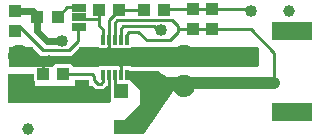
<source format=gbr>
G04 EAGLE Gerber RS-274X export*
G75*
%MOMM*%
%FSLAX34Y34*%
%LPD*%
%INTop Copper*%
%IPPOS*%
%AMOC8*
5,1,8,0,0,1.08239X$1,22.5*%
G01*
%ADD10R,1.200000X0.800000*%
%ADD11R,4.600000X1.000000*%
%ADD12R,3.400000X1.600000*%
%ADD13R,0.296800X0.850000*%
%ADD14R,2.400000X1.650000*%
%ADD15R,0.700000X0.280000*%
%ADD16R,1.000000X1.100000*%
%ADD17R,1.100000X1.000000*%
%ADD18R,1.270000X0.635000*%
%ADD19C,1.879600*%
%ADD20C,1.000000*%
%ADD21R,1.800000X1.600000*%
%ADD22R,1.300000X1.300000*%
%ADD23C,1.016000*%
%ADD24C,0.254000*%
%ADD25C,1.016000*%
%ADD26C,0.609600*%

G36*
X41107Y67577D02*
X41107Y67577D01*
X41195Y67580D01*
X41247Y67597D01*
X41302Y67605D01*
X41382Y67640D01*
X41465Y67667D01*
X41504Y67695D01*
X41562Y67721D01*
X41675Y67817D01*
X41739Y67862D01*
X43393Y69517D01*
X56919Y69517D01*
X58573Y67862D01*
X58643Y67810D01*
X58707Y67750D01*
X58757Y67724D01*
X58801Y67691D01*
X58882Y67660D01*
X58960Y67620D01*
X59008Y67612D01*
X59066Y67590D01*
X59214Y67578D01*
X59291Y67565D01*
X80137Y67565D01*
X80223Y67577D01*
X80311Y67580D01*
X80363Y67597D01*
X80418Y67605D01*
X80498Y67640D01*
X80581Y67667D01*
X80620Y67695D01*
X80678Y67721D01*
X80791Y67817D01*
X80855Y67862D01*
X81233Y68241D01*
X96727Y68241D01*
X97105Y67862D01*
X97175Y67810D01*
X97239Y67750D01*
X97289Y67724D01*
X97333Y67691D01*
X97414Y67660D01*
X97492Y67620D01*
X97540Y67612D01*
X97598Y67590D01*
X97746Y67578D01*
X97823Y67565D01*
X100137Y67565D01*
X100223Y67577D01*
X100311Y67580D01*
X100363Y67597D01*
X100418Y67605D01*
X100498Y67640D01*
X100581Y67667D01*
X100620Y67695D01*
X100678Y67721D01*
X100791Y67817D01*
X100855Y67862D01*
X101233Y68241D01*
X106727Y68241D01*
X107105Y67862D01*
X107175Y67810D01*
X107239Y67750D01*
X107289Y67724D01*
X107333Y67691D01*
X107414Y67660D01*
X107492Y67620D01*
X107540Y67612D01*
X107598Y67590D01*
X107746Y67578D01*
X107823Y67565D01*
X214630Y67565D01*
X214688Y67573D01*
X214746Y67571D01*
X214828Y67593D01*
X214912Y67605D01*
X214965Y67629D01*
X215021Y67643D01*
X215094Y67686D01*
X215171Y67721D01*
X215216Y67759D01*
X215266Y67789D01*
X215324Y67850D01*
X215388Y67905D01*
X215420Y67953D01*
X215460Y67996D01*
X215499Y68071D01*
X215546Y68141D01*
X215563Y68197D01*
X215590Y68249D01*
X215601Y68317D01*
X215631Y68412D01*
X215634Y68512D01*
X215645Y68580D01*
X215645Y83058D01*
X215637Y83116D01*
X215639Y83174D01*
X215617Y83256D01*
X215605Y83340D01*
X215582Y83393D01*
X215567Y83449D01*
X215524Y83522D01*
X215489Y83599D01*
X215451Y83644D01*
X215422Y83694D01*
X215360Y83752D01*
X215306Y83816D01*
X215257Y83848D01*
X215214Y83888D01*
X215139Y83927D01*
X215069Y83974D01*
X215013Y83991D01*
X214961Y84018D01*
X214893Y84029D01*
X214798Y84059D01*
X214698Y84062D01*
X214630Y84073D01*
X108077Y84073D01*
X107991Y84061D01*
X107903Y84058D01*
X107851Y84041D01*
X107796Y84033D01*
X107716Y83998D01*
X107633Y83971D01*
X107593Y83943D01*
X107536Y83917D01*
X107423Y83821D01*
X107359Y83776D01*
X106727Y83143D01*
X91233Y83143D01*
X90601Y83776D01*
X90531Y83828D01*
X90467Y83888D01*
X90418Y83914D01*
X90373Y83947D01*
X90292Y83978D01*
X90214Y84018D01*
X90166Y84026D01*
X90108Y84048D01*
X89960Y84060D01*
X89883Y84073D01*
X88077Y84073D01*
X87991Y84061D01*
X87903Y84058D01*
X87851Y84041D01*
X87796Y84033D01*
X87716Y83998D01*
X87633Y83971D01*
X87593Y83943D01*
X87536Y83917D01*
X87423Y83821D01*
X87359Y83776D01*
X86727Y83143D01*
X81233Y83143D01*
X80601Y83776D01*
X80531Y83828D01*
X80467Y83888D01*
X80418Y83914D01*
X80373Y83947D01*
X80292Y83978D01*
X80214Y84018D01*
X80166Y84026D01*
X80108Y84048D01*
X79960Y84060D01*
X79883Y84073D01*
X63931Y84073D01*
X63845Y84061D01*
X63757Y84058D01*
X63705Y84041D01*
X63650Y84033D01*
X63570Y83998D01*
X63487Y83971D01*
X63448Y83943D01*
X63390Y83917D01*
X63277Y83821D01*
X63213Y83776D01*
X56399Y76961D01*
X31231Y76961D01*
X24417Y83776D01*
X24347Y83828D01*
X24283Y83888D01*
X24234Y83914D01*
X24189Y83947D01*
X24108Y83978D01*
X24030Y84018D01*
X23982Y84026D01*
X23924Y84048D01*
X23776Y84060D01*
X23699Y84073D01*
X5080Y84073D01*
X5022Y84065D01*
X4964Y84067D01*
X4882Y84045D01*
X4798Y84033D01*
X4745Y84010D01*
X4689Y83995D01*
X4616Y83952D01*
X4539Y83917D01*
X4494Y83879D01*
X4444Y83850D01*
X4386Y83788D01*
X4322Y83734D01*
X4290Y83685D01*
X4250Y83642D01*
X4211Y83567D01*
X4164Y83497D01*
X4147Y83441D01*
X4120Y83389D01*
X4109Y83321D01*
X4079Y83226D01*
X4076Y83126D01*
X4065Y83058D01*
X4065Y68580D01*
X4073Y68522D01*
X4071Y68464D01*
X4093Y68382D01*
X4105Y68299D01*
X4128Y68245D01*
X4143Y68189D01*
X4186Y68116D01*
X4221Y68039D01*
X4259Y67994D01*
X4288Y67944D01*
X4350Y67886D01*
X4404Y67822D01*
X4453Y67790D01*
X4496Y67750D01*
X4571Y67711D01*
X4641Y67665D01*
X4697Y67647D01*
X4749Y67620D01*
X4817Y67609D01*
X4912Y67579D01*
X5012Y67576D01*
X5080Y67565D01*
X41021Y67565D01*
X41107Y67577D01*
G37*
G36*
X88741Y36848D02*
X88741Y36848D01*
X88880Y36861D01*
X88899Y36868D01*
X88919Y36871D01*
X89048Y36922D01*
X89179Y36969D01*
X89196Y36980D01*
X89215Y36988D01*
X89327Y37069D01*
X89442Y37147D01*
X89456Y37163D01*
X89472Y37174D01*
X89561Y37282D01*
X89653Y37386D01*
X89662Y37404D01*
X89675Y37419D01*
X89734Y37545D01*
X89797Y37669D01*
X89802Y37689D01*
X89810Y37707D01*
X89836Y37843D01*
X89867Y37979D01*
X89866Y38000D01*
X89870Y38020D01*
X89861Y38158D01*
X89857Y38297D01*
X89852Y38317D01*
X89850Y38337D01*
X89808Y38469D01*
X89769Y38603D01*
X89759Y38620D01*
X89752Y38639D01*
X89678Y38757D01*
X89607Y38877D01*
X89589Y38898D01*
X89582Y38908D01*
X89567Y38922D01*
X89511Y38986D01*
X89511Y49530D01*
X89496Y49648D01*
X89489Y49767D01*
X89476Y49805D01*
X89471Y49846D01*
X89428Y49956D01*
X89391Y50069D01*
X89369Y50104D01*
X89354Y50141D01*
X89285Y50237D01*
X89221Y50338D01*
X89191Y50366D01*
X89168Y50399D01*
X89076Y50475D01*
X88989Y50556D01*
X88954Y50576D01*
X88923Y50601D01*
X88815Y50652D01*
X88711Y50710D01*
X88671Y50720D01*
X88635Y50737D01*
X88518Y50759D01*
X88403Y50789D01*
X88343Y50793D01*
X88323Y50797D01*
X88302Y50795D01*
X88242Y50799D01*
X86389Y50799D01*
X86290Y50787D01*
X86191Y50784D01*
X86133Y50767D01*
X86073Y50759D01*
X85981Y50723D01*
X85886Y50695D01*
X85834Y50665D01*
X85777Y50642D01*
X85697Y50584D01*
X85612Y50534D01*
X85537Y50468D01*
X85520Y50456D01*
X85516Y50451D01*
X85513Y50449D01*
X85508Y50442D01*
X85491Y50428D01*
X83577Y48513D01*
X77967Y48513D01*
X76053Y50428D01*
X75975Y50488D01*
X75903Y50556D01*
X75850Y50585D01*
X75802Y50622D01*
X75711Y50662D01*
X75624Y50710D01*
X75565Y50725D01*
X75510Y50749D01*
X75412Y50764D01*
X75316Y50789D01*
X75216Y50795D01*
X75196Y50799D01*
X75183Y50797D01*
X75155Y50799D01*
X25907Y50799D01*
X25907Y54922D01*
X25895Y55008D01*
X25892Y55096D01*
X25875Y55148D01*
X25867Y55203D01*
X25832Y55283D01*
X25805Y55366D01*
X25777Y55405D01*
X25751Y55462D01*
X25655Y55576D01*
X25623Y55621D01*
X25623Y60452D01*
X25615Y60507D01*
X25617Y60552D01*
X25616Y60553D01*
X25617Y60568D01*
X25595Y60650D01*
X25583Y60734D01*
X25560Y60787D01*
X25545Y60843D01*
X25502Y60916D01*
X25467Y60993D01*
X25429Y61038D01*
X25400Y61088D01*
X25338Y61146D01*
X25284Y61210D01*
X25235Y61242D01*
X25192Y61282D01*
X25117Y61321D01*
X25047Y61368D01*
X24991Y61385D01*
X24939Y61412D01*
X24871Y61423D01*
X24776Y61453D01*
X24676Y61456D01*
X24608Y61467D01*
X4064Y61467D01*
X4006Y61459D01*
X3948Y61461D01*
X3866Y61439D01*
X3782Y61427D01*
X3729Y61404D01*
X3673Y61389D01*
X3600Y61346D01*
X3523Y61311D01*
X3478Y61273D01*
X3428Y61244D01*
X3370Y61182D01*
X3306Y61128D01*
X3274Y61079D01*
X3234Y61036D01*
X3195Y60961D01*
X3148Y60891D01*
X3131Y60835D01*
X3104Y60783D01*
X3093Y60715D01*
X3063Y60620D01*
X3060Y60520D01*
X3049Y60452D01*
X3049Y38100D01*
X3057Y38042D01*
X3055Y37984D01*
X3077Y37902D01*
X3089Y37819D01*
X3112Y37765D01*
X3127Y37709D01*
X3170Y37636D01*
X3205Y37559D01*
X3243Y37514D01*
X3272Y37464D01*
X3334Y37406D01*
X3388Y37342D01*
X3437Y37310D01*
X3480Y37270D01*
X3555Y37231D01*
X3625Y37185D01*
X3681Y37167D01*
X3733Y37140D01*
X3801Y37129D01*
X3896Y37099D01*
X3996Y37096D01*
X4064Y37085D01*
X4575Y37085D01*
X4587Y37074D01*
X4622Y37054D01*
X4653Y37029D01*
X4761Y36978D01*
X4865Y36920D01*
X4905Y36910D01*
X4941Y36893D01*
X5058Y36871D01*
X5173Y36841D01*
X5233Y36837D01*
X5253Y36833D01*
X5274Y36835D01*
X5334Y36831D01*
X88603Y36831D01*
X88741Y36848D01*
G37*
G36*
X117662Y10168D02*
X117662Y10168D01*
X117722Y10166D01*
X117819Y10188D01*
X117918Y10201D01*
X117973Y10223D01*
X118032Y10236D01*
X118121Y10281D01*
X118213Y10318D01*
X118262Y10353D01*
X118315Y10380D01*
X118390Y10446D01*
X118471Y10504D01*
X118509Y10551D01*
X118554Y10590D01*
X118653Y10718D01*
X143799Y47802D01*
X143861Y47925D01*
X143928Y48045D01*
X143933Y48066D01*
X143943Y48085D01*
X143973Y48220D01*
X144007Y48353D01*
X144009Y48383D01*
X144012Y48396D01*
X144011Y48416D01*
X144017Y48514D01*
X144017Y57150D01*
X144002Y57268D01*
X143995Y57387D01*
X143982Y57425D01*
X143977Y57466D01*
X143934Y57576D01*
X143897Y57689D01*
X143875Y57724D01*
X143860Y57761D01*
X143791Y57857D01*
X143727Y57958D01*
X143697Y57986D01*
X143674Y58019D01*
X143582Y58095D01*
X143495Y58176D01*
X143460Y58196D01*
X143429Y58221D01*
X143321Y58272D01*
X143217Y58330D01*
X143177Y58340D01*
X143141Y58357D01*
X143024Y58379D01*
X142909Y58409D01*
X142849Y58413D01*
X142829Y58417D01*
X142808Y58415D01*
X142748Y58419D01*
X137595Y58419D01*
X131081Y63486D01*
X131064Y63496D01*
X131049Y63510D01*
X130927Y63577D01*
X130808Y63648D01*
X130788Y63654D01*
X130771Y63664D01*
X130636Y63698D01*
X130502Y63737D01*
X130482Y63738D01*
X130463Y63743D01*
X130302Y63753D01*
X105400Y63753D01*
X105253Y63812D01*
X105213Y63823D01*
X105175Y63841D01*
X105060Y63863D01*
X104946Y63892D01*
X104904Y63892D01*
X104862Y63900D01*
X104745Y63893D01*
X104628Y63893D01*
X104587Y63883D01*
X104545Y63881D01*
X104433Y63844D01*
X104319Y63815D01*
X104282Y63795D01*
X104243Y63783D01*
X104143Y63720D01*
X104040Y63663D01*
X104009Y63635D01*
X103974Y63612D01*
X103893Y63527D01*
X103807Y63447D01*
X103785Y63411D01*
X103756Y63381D01*
X103699Y63278D01*
X103636Y63179D01*
X103623Y63139D01*
X103602Y63102D01*
X103573Y62988D01*
X103536Y62877D01*
X103533Y62835D01*
X103523Y62794D01*
X103513Y62634D01*
X103513Y57912D01*
X103528Y57794D01*
X103535Y57675D01*
X103548Y57637D01*
X103553Y57596D01*
X103596Y57486D01*
X103633Y57373D01*
X103655Y57338D01*
X103670Y57301D01*
X103739Y57205D01*
X103803Y57104D01*
X103833Y57076D01*
X103856Y57043D01*
X103948Y56968D01*
X104035Y56886D01*
X104070Y56866D01*
X104101Y56841D01*
X104209Y56790D01*
X104313Y56732D01*
X104353Y56722D01*
X104389Y56705D01*
X104506Y56683D01*
X104621Y56653D01*
X104681Y56649D01*
X104701Y56645D01*
X104722Y56647D01*
X104782Y56643D01*
X105915Y56643D01*
X105966Y56604D01*
X106032Y56542D01*
X106092Y56509D01*
X106147Y56467D01*
X106231Y56432D01*
X106310Y56388D01*
X106377Y56371D01*
X106441Y56345D01*
X106531Y56332D01*
X106618Y56309D01*
X106739Y56301D01*
X106755Y56299D01*
X106763Y56300D01*
X106779Y56299D01*
X106823Y56299D01*
X108614Y54508D01*
X108622Y54442D01*
X108627Y54335D01*
X108642Y54285D01*
X108649Y54233D01*
X108688Y54133D01*
X108719Y54031D01*
X108746Y53986D01*
X108766Y53937D01*
X108829Y53851D01*
X108884Y53759D01*
X108940Y53698D01*
X108952Y53680D01*
X108965Y53670D01*
X108992Y53639D01*
X115063Y47725D01*
X115063Y35578D01*
X102735Y23250D01*
X102674Y23171D01*
X102606Y23099D01*
X102577Y23046D01*
X102540Y22998D01*
X102500Y22907D01*
X102452Y22821D01*
X102437Y22762D01*
X102413Y22706D01*
X102398Y22608D01*
X102373Y22513D01*
X102367Y22413D01*
X102363Y22392D01*
X102365Y22380D01*
X102363Y22352D01*
X102363Y11430D01*
X102378Y11312D01*
X102385Y11193D01*
X102398Y11155D01*
X102403Y11114D01*
X102446Y11004D01*
X102483Y10891D01*
X102505Y10856D01*
X102520Y10819D01*
X102590Y10723D01*
X102653Y10622D01*
X102683Y10594D01*
X102706Y10561D01*
X102798Y10486D01*
X102885Y10404D01*
X102920Y10384D01*
X102951Y10359D01*
X103059Y10308D01*
X103163Y10250D01*
X103203Y10240D01*
X103239Y10223D01*
X103356Y10201D01*
X103471Y10171D01*
X103532Y10167D01*
X103552Y10163D01*
X103572Y10165D01*
X103632Y10161D01*
X117602Y10161D01*
X117662Y10168D01*
G37*
D10*
X66040Y52722D03*
X66040Y70722D03*
D11*
X191600Y73500D03*
X191600Y53500D03*
D12*
X243600Y97500D03*
X243600Y29500D03*
D13*
X83980Y60942D03*
X88980Y60942D03*
X93980Y60942D03*
X98980Y60942D03*
X103980Y60942D03*
X103980Y90442D03*
X98980Y90442D03*
X93980Y90442D03*
X88980Y90442D03*
X83980Y90442D03*
D14*
X93980Y75692D03*
D15*
X78980Y78192D03*
X78980Y73192D03*
X108980Y78192D03*
X108980Y73192D03*
D16*
X159766Y99196D03*
X159766Y116196D03*
D17*
X50156Y61468D03*
X33156Y61468D03*
D16*
X175768Y116196D03*
X175768Y99196D03*
D17*
X118500Y115316D03*
X135500Y115316D03*
D16*
X9144Y97418D03*
X9144Y114418D03*
D17*
X97654Y115570D03*
X80654Y115570D03*
X45330Y109728D03*
X28330Y109728D03*
D18*
X63246Y101092D03*
X63246Y109220D03*
X63246Y117348D03*
D19*
X12700Y76200D03*
X12700Y50800D03*
D20*
X20066Y14986D03*
X241300Y114300D03*
D21*
X126238Y47722D03*
X126238Y75722D03*
D22*
X99060Y46750D03*
X99060Y16750D03*
D19*
X152400Y76200D03*
X152400Y50800D03*
D23*
X165100Y53500D02*
X129700Y53500D01*
D24*
X127000Y50800D01*
X103980Y88646D02*
X103980Y90442D01*
D23*
X166360Y53340D02*
X191600Y53500D01*
D24*
X162400Y50800D02*
X152400Y50800D01*
X162400Y50800D02*
X165100Y53500D01*
X93980Y90442D02*
X93980Y102616D01*
X228600Y79502D02*
X228600Y53340D01*
X103980Y90442D02*
X103980Y95598D01*
X105410Y97028D01*
X113538Y97028D01*
X120650Y89916D01*
X93980Y90442D02*
X93980Y104902D01*
X96012Y106934D01*
X141986Y106934D01*
D23*
X165100Y53500D02*
X228440Y53500D01*
X228600Y53340D01*
D24*
X140716Y89916D02*
X120650Y89916D01*
X140716Y89916D02*
X147320Y96520D01*
X147320Y101600D02*
X141986Y106934D01*
X159766Y99196D02*
X175768Y99196D01*
X147320Y99196D02*
X147320Y96520D01*
X147320Y99196D02*
X159766Y99196D01*
X147320Y99196D02*
X147320Y101600D01*
X208906Y99196D02*
X228600Y79502D01*
X208906Y99196D02*
X175768Y99196D01*
X166200Y53500D02*
X165100Y53500D01*
X166200Y53500D02*
X166360Y53340D01*
X93980Y51576D02*
X93980Y60942D01*
X93980Y51576D02*
X94234Y51576D01*
X99060Y46750D01*
X50682Y60942D02*
X50156Y61468D01*
X83980Y60942D02*
X83980Y55024D01*
X81788Y52832D01*
X79756Y52832D01*
X75946Y56642D01*
X75946Y59944D01*
X74422Y61468D01*
X50156Y61468D01*
D25*
X133096Y98298D03*
X209042Y114300D03*
D24*
X133096Y98298D02*
X130302Y98298D01*
X127000Y101600D01*
X100838Y101600D01*
X99060Y99822D01*
X99060Y90522D01*
X98980Y90442D01*
X159766Y116196D02*
X175768Y116196D01*
X136380Y116196D02*
X135500Y115316D01*
X136380Y116196D02*
X159766Y116196D01*
X175768Y116196D02*
X207146Y116196D01*
X209042Y114300D01*
X83980Y98900D02*
X83980Y90442D01*
X83980Y98900D02*
X80010Y102870D01*
X80010Y108458D01*
X80010Y114926D01*
X80654Y115570D01*
X63246Y109220D02*
X63246Y107950D01*
X79502Y107950D01*
X80010Y108458D01*
X98980Y73580D02*
X98980Y60942D01*
X98980Y73580D02*
X101600Y76200D01*
D25*
X87122Y75946D03*
X100076Y76200D03*
D24*
X33156Y71256D02*
X33156Y61468D01*
X33156Y71256D02*
X38100Y76200D01*
X88900Y90522D02*
X88980Y90442D01*
X88900Y80772D02*
X88980Y80692D01*
X88980Y80852D02*
X88980Y90442D01*
X88980Y80852D02*
X88900Y80772D01*
X97654Y115570D02*
X118246Y115570D01*
X118500Y115316D01*
X97654Y115570D02*
X88980Y106896D01*
X88980Y90442D01*
X9144Y97418D02*
X9144Y98044D01*
X12700Y101600D01*
X33020Y81280D02*
X54610Y81280D01*
X62230Y88900D01*
X62230Y100076D01*
X63246Y101092D01*
X33020Y81280D02*
X12700Y101600D01*
X53340Y118110D02*
X62484Y118110D01*
X63246Y117348D01*
X53340Y117738D02*
X45330Y109728D01*
X53340Y117738D02*
X53340Y118110D01*
X88980Y60942D02*
X88980Y38180D01*
X88900Y38100D01*
X71852Y38100D01*
D25*
X48768Y89662D03*
D26*
X24402Y114418D02*
X9144Y114418D01*
X28330Y109728D02*
X28330Y97400D01*
X36068Y89662D01*
X28330Y109728D02*
X24402Y113656D01*
X24402Y114418D01*
X36068Y89662D02*
X48768Y89662D01*
M02*

</source>
